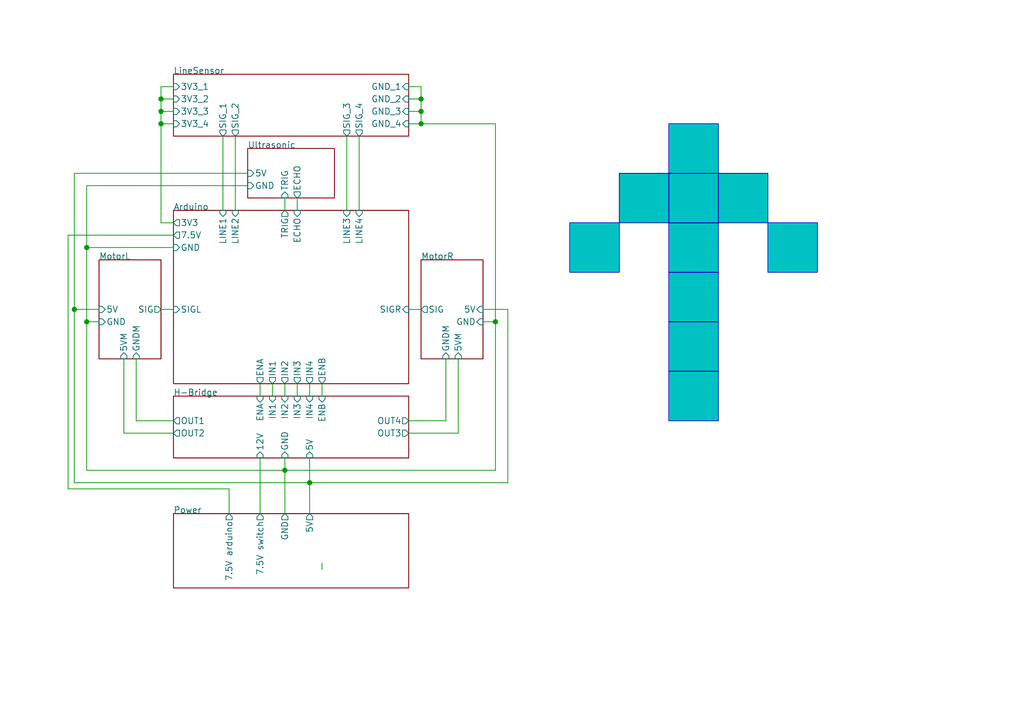
<source format=kicad_sch>
(kicad_sch (version 20230121) (generator eeschema)
  (paper "A5")
  (title_block (title "Team 10: WeMove Robot circuitry") (date "2023-08-07") (rev "v0.1") (company "University of Cape Town") (comment 1 "Author: Cameron Clark"))
  (lib_symbols)
  (junction (at 86.36 25.4))
  (junction (at 17.78 66.04))
  (junction (at 33.02 25.4))
  (junction (at 33.02 20.32))
  (junction (at 15.24 63.5))
  (junction (at 86.36 22.86))
  (junction (at 86.36 20.32))
  (junction (at 63.5 99.06))
  (junction (at 101.6 66.04))
  (junction (at 58.42 96.52))
  (junction (at 33.02 22.86))
  (junction (at 17.78 50.8))
  (wire (pts (xy 91.44 86.36) (xy 91.44 73.66)))
  (wire (pts (xy 17.78 96.52) (xy 58.42 96.52)))
  (wire (pts (xy 33.02 63.5) (xy 35.56 63.5)))
  (wire (pts (xy 53.34 93.98) (xy 53.34 105.41)))
  (wire (pts (xy 45.72 27.94) (xy 45.72 43.18)))
  (wire (pts (xy 33.02 20.32) (xy 33.02 22.86)))
  (wire (pts (xy 13.97 100.33) (xy 13.97 48.26)))
  (wire (pts (xy 17.78 66.04) (xy 17.78 96.52)))
  (wire (pts (xy 73.66 27.94) (xy 73.66 43.18)))
  (wire (pts (xy 66.04 115.57) (xy 66.04 116.84)))
  (wire (pts (xy 63.5 93.98) (xy 63.5 99.06)))
  (wire (pts (xy 25.4 88.9) (xy 25.4 73.66)))
  (wire (pts (xy 83.82 20.32) (xy 86.36 20.32)))
  (wire (pts (xy 46.99 100.33) (xy 13.97 100.33)))
  (wire (pts (xy 27.94 86.36) (xy 35.56 86.36)))
  (wire (pts (xy 60.96 78.74) (xy 60.96 81.28)))
  (wire (pts (xy 66.04 78.74) (xy 66.04 81.28)))
  (wire (pts (xy 17.78 38.1) (xy 50.8 38.1)))
  (wire (pts (xy 33.02 17.78) (xy 35.56 17.78)))
  (wire (pts (xy 83.82 86.36) (xy 91.44 86.36)))
  (wire (pts (xy 15.24 99.06) (xy 63.5 99.06)))
  (wire (pts (xy 101.6 66.04) (xy 99.06 66.04)))
  (wire (pts (xy 33.02 20.32) (xy 33.02 17.78)))
  (wire (pts (xy 48.26 27.94) (xy 48.26 43.18)))
  (wire (pts (xy 58.42 96.52) (xy 58.42 93.98)))
  (wire (pts (xy 17.78 50.8) (xy 35.56 50.8)))
  (wire (pts (xy 58.42 40.64) (xy 58.42 43.18)))
  (wire (pts (xy 15.24 63.5) (xy 15.24 99.06)))
  (wire (pts (xy 104.14 99.06) (xy 104.14 63.5)))
  (wire (pts (xy 101.6 66.04) (xy 101.6 25.4)))
  (wire (pts (xy 63.5 99.06) (xy 104.14 99.06)))
  (wire (pts (xy 20.32 66.04) (xy 17.78 66.04)))
  (wire (pts (xy 93.98 88.9) (xy 83.82 88.9)))
  (wire (pts (xy 55.88 78.74) (xy 55.88 81.28)))
  (wire (pts (xy 35.56 45.72) (xy 33.02 45.72)))
  (wire (pts (xy 17.78 50.8) (xy 17.78 38.1)))
  (wire (pts (xy 53.34 78.74) (xy 53.34 81.28)))
  (wire (pts (xy 35.56 20.32) (xy 33.02 20.32)))
  (wire (pts (xy 86.36 25.4) (xy 86.36 22.86)))
  (wire (pts (xy 50.8 35.56) (xy 15.24 35.56)))
  (wire (pts (xy 101.6 96.52) (xy 101.6 66.04)))
  (wire (pts (xy 33.02 45.72) (xy 33.02 25.4)))
  (wire (pts (xy 17.78 66.04) (xy 17.78 50.8)))
  (wire (pts (xy 58.42 96.52) (xy 101.6 96.52)))
  (wire (pts (xy 60.96 40.64) (xy 60.96 43.18)))
  (wire (pts (xy 101.6 25.4) (xy 86.36 25.4)))
  (wire (pts (xy 27.94 73.66) (xy 27.94 86.36)))
  (wire (pts (xy 46.99 105.41) (xy 46.99 100.33)))
  (wire (pts (xy 15.24 35.56) (xy 15.24 63.5)))
  (wire (pts (xy 33.02 22.86) (xy 35.56 22.86)))
  (wire (pts (xy 83.82 63.5) (xy 86.36 63.5)))
  (wire (pts (xy 63.5 78.74) (xy 63.5 81.28)))
  (wire (pts (xy 35.56 25.4) (xy 33.02 25.4)))
  (wire (pts (xy 58.42 96.52) (xy 58.42 105.41)))
  (wire (pts (xy 86.36 22.86) (xy 83.82 22.86)))
  (wire (pts (xy 83.82 25.4) (xy 86.36 25.4)))
  (wire (pts (xy 86.36 17.78) (xy 83.82 17.78)))
  (wire (pts (xy 104.14 63.5) (xy 99.06 63.5)))
  (wire (pts (xy 71.12 27.94) (xy 71.12 43.18)))
  (wire (pts (xy 15.24 63.5) (xy 20.32 63.5)))
  (wire (pts (xy 35.56 88.9) (xy 25.4 88.9)))
  (wire (pts (xy 93.98 73.66) (xy 93.98 88.9)))
  (wire (pts (xy 13.97 48.26) (xy 35.56 48.26)))
  (wire (pts (xy 58.42 78.74) (xy 58.42 81.28)))
  (wire (pts (xy 86.36 20.32) (xy 86.36 22.86)))
  (wire (pts (xy 63.5 99.06) (xy 63.5 105.41)))
  (wire (pts (xy 86.36 20.32) (xy 86.36 17.78)))
  (wire (pts (xy 33.02 25.4) (xy 33.02 22.86)))
  (rectangle (start 137.16 76.2) (end 147.32 86.36) (stroke (width 0) (color 0 0 194 1)) (fill (type color) (color 0 194 194 1)))
  (rectangle (start 127 35.56) (end 137.16 45.72) (stroke (width 0) (color 0 0 194 1)) (fill (type color) (color 0 194 194 1)))
  (rectangle (start 137.16 35.56) (end 147.32 45.72) (stroke (width 0) (color 0 0 194 1)) (fill (type color) (color 0 194 194 1)))
  (rectangle (start 137.16 45.72) (end 147.32 55.88) (stroke (width 0) (color 0 0 194 1)) (fill (type color) (color 0 194 194 1)))
  (rectangle (start 137.16 25.4) (end 147.32 35.56) (stroke (width 0) (color 0 0 194 1)) (fill (type color) (color 0 194 194 1)))
  (rectangle (start 116.84 45.72) (end 127 55.88) (stroke (width 0) (color 0 0 194 1)) (fill (type color) (color 0 194 194 1)))
  (rectangle (start 147.32 35.56) (end 157.48 45.72) (stroke (width 0) (color 0 0 194 1)) (fill (type color) (color 0 194 194 1)))
  (rectangle (start 137.16 55.88) (end 147.32 66.04) (stroke (width 0) (color 0 0 194 1)) (fill (type color) (color 0 194 194 1)))
  (rectangle (start 137.16 66.04) (end 147.32 76.2) (stroke (width 0) (color 0 0 194 1)) (fill (type color) (color 0 194 194 1)))
  (rectangle (start 157.48 45.72) (end 167.64 55.88) (stroke (width 0) (color 0 0 194 1)) (fill (type color) (color 0 194 194 1)))
  (sheet (at 20.32 53.34) (size 12.7 20.32) (stroke (width 0.1524))
    (property "Sheetname" "MotorL" (at 20.32 53.34 0) (effects (justify left bottom)))
    (property "Sheetfile" "MotorL.kicad_sch" (effects hide))
    (pin "GND" input (at 20.32 66.04 180))
    (pin "SIG" output (at 33.02 63.5 0))
    (pin "5V" input (at 20.32 63.5 180))
    (pin "5VM" input (at 25.4 73.66 270))
    (pin "GNDM" input (at 27.94 73.66 270))
  )
  (sheet (at 35.56 43.18) (size 48.26 35.56) (stroke (width 0.1524))
    (property "Sheetname" "Arduino" (at 35.56 43.18 0) (effects (justify left bottom)))
    (property "Sheetfile" "Arduino.kicad_sch" (effects hide))
    (pin "IN4" output (at 63.5 78.74 270))
    (pin "ENA" output (at 53.34 78.74 270))
    (pin "ENB" output (at 66.04 78.74 270))
    (pin "IN3" output (at 60.96 78.74 270))
    (pin "IN1" output (at 55.88 78.74 270))
    (pin "IN2" output (at 58.42 78.74 270))
    (pin "SIGR" input (at 83.82 63.5 0))
    (pin "SIGL" input (at 35.56 63.5 180))
    (pin "ECHO" input (at 60.96 43.18 90))
    (pin "TRIG" output (at 58.42 43.18 90))
    (pin "LINE1" input (at 45.72 43.18 90))
    (pin "LINE2" input (at 48.26 43.18 90))
    (pin "LINE3" input (at 71.12 43.18 90))
    (pin "LINE4" input (at 73.66 43.18 90))
    (pin "GND" input (at 35.56 50.8 180))
    (pin "3V3" output (at 35.56 45.72 180))
    (pin "7.5V" output (at 35.56 48.26 180))
  )
  (sheet (at 35.56 105.41) (size 48.26 15.24) (stroke (width 0.1524))
    (property "Sheetname" "Power" (at 35.56 105.41 0) (effects (justify left bottom)))
    (property "Sheetfile" "Power.kicad_sch" (effects hide))
    (pin "5V" output (at 63.5 105.41 90))
    (pin "GND" output (at 58.42 105.41 90))
    (pin "7.5V arduino" output (at 46.99 105.41 90))
    (pin "7.5V switch" output (at 53.34 105.41 90))
  )
  (sheet (at 86.36 53.34) (size 12.7 20.32) (stroke (width 0.1524))
    (property "Sheetname" "MotorR" (at 86.36 53.34 0) (effects (justify left bottom)))
    (property "Sheetfile" "MotorR.kicad_sch" (effects hide))
    (pin "GNDM" input (at 91.44 73.66 270))
    (pin "5V" input (at 99.06 63.5 0))
    (pin "GND" input (at 99.06 66.04 0))
    (pin "5VM" input (at 93.98 73.66 270))
    (pin "SIG" output (at 86.36 63.5 180))
  )
  (sheet (at 35.56 15.24) (size 48.26 12.7) (stroke (width 0.1524))
    (property "Sheetname" "LineSensor" (at 35.56 15.24 0) (effects (justify left bottom)))
    (property "Sheetfile" "LineSensor.kicad_sch" (effects hide))
    (pin "GND_1" input (at 83.82 17.78 0))
    (pin "SIG_1" output (at 45.72 27.94 270))
    (pin "SIG_2" output (at 48.26 27.94 270))
    (pin "GND_2" input (at 83.82 20.32 0))
    (pin "GND_3" input (at 83.82 22.86 0))
    (pin "SIG_3" output (at 71.12 27.94 270))
    (pin "SIG_4" output (at 73.66 27.94 270))
    (pin "GND_4" input (at 83.82 25.4 0))
    (pin "3V3_1" input (at 35.56 17.78 180))
    (pin "3V3_2" input (at 35.56 20.32 180))
    (pin "3V3_3" input (at 35.56 22.86 180))
    (pin "3V3_4" input (at 35.56 25.4 180))
  )
  (sheet (at 35.56 81.28) (size 48.26 12.7) (stroke (width 0.1524))
    (property "Sheetname" "H-Bridge" (at 35.56 81.28 0) (effects (justify left bottom)))
    (property "Sheetfile" "H-Bridge.kicad_sch" (effects hide))
    (pin "OUT3" output (at 83.82 88.9 0))
    (pin "5V" input (at 63.5 93.98 270))
    (pin "OUT4" output (at 83.82 86.36 0))
    (pin "GND" input (at 58.42 93.98 270))
    (pin "OUT1" output (at 35.56 86.36 180))
    (pin "OUT2" output (at 35.56 88.9 180))
    (pin "12V" input (at 53.34 93.98 270))
    (pin "IN3" input (at 60.96 81.28 90))
    (pin "ENA" input (at 53.34 81.28 90))
    (pin "IN4" input (at 63.5 81.28 90))
    (pin "IN1" input (at 55.88 81.28 90))
    (pin "IN2" input (at 58.42 81.28 90))
    (pin "ENB" input (at 66.04 81.28 90))
  )
  (sheet (at 50.8 30.48) (size 17.78 10.16) (stroke (width 0.1524))
    (property "Sheetname" "Ultrasonic" (at 50.8 30.48 0) (effects (justify left bottom)))
    (property "Sheetfile" "Ultrasonic.kicad_sch" (effects hide))
    (pin "5V" input (at 50.8 35.56 180))
    (pin "TRIG" input (at 58.42 40.64 270))
    (pin "GND" input (at 50.8 38.1 180))
    (pin "ECHO" output (at 60.96 40.64 270))
  )
)
</source>
